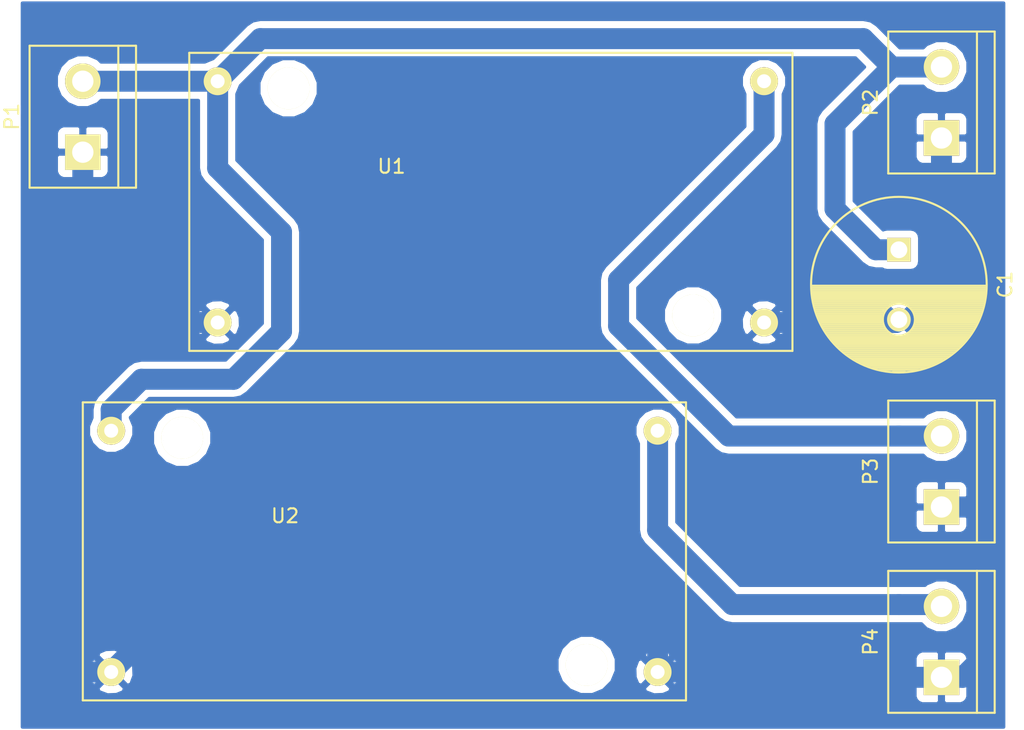
<source format=kicad_pcb>
(kicad_pcb (version 4) (host pcbnew 4.0.1-stable)

  (general
    (links 14)
    (no_connects 0)
    (area 113.175 67.971999 186.903 119.988001)
    (thickness 1.6)
    (drawings 4)
    (tracks 58)
    (zones 0)
    (modules 7)
    (nets 5)
  )

  (page A4)
  (layers
    (0 F.Cu signal)
    (31 B.Cu signal)
    (32 B.Adhes user)
    (33 F.Adhes user)
    (34 B.Paste user)
    (35 F.Paste user)
    (36 B.SilkS user)
    (37 F.SilkS user)
    (38 B.Mask user)
    (39 F.Mask user)
    (40 Dwgs.User user)
    (41 Cmts.User user)
    (42 Eco1.User user)
    (43 Eco2.User user)
    (44 Edge.Cuts user)
    (45 Margin user)
    (46 B.CrtYd user)
    (47 F.CrtYd user)
    (48 B.Fab user)
    (49 F.Fab user)
  )

  (setup
    (last_trace_width 0.25)
    (user_trace_width 1)
    (user_trace_width 1.5)
    (user_trace_width 2)
    (trace_clearance 0.2)
    (zone_clearance 0.508)
    (zone_45_only yes)
    (trace_min 0.2)
    (segment_width 0.2)
    (edge_width 0.15)
    (via_size 0.6)
    (via_drill 0.4)
    (via_min_size 0.4)
    (via_min_drill 0.3)
    (uvia_size 0.3)
    (uvia_drill 0.1)
    (uvias_allowed no)
    (uvia_min_size 0.2)
    (uvia_min_drill 0.1)
    (pcb_text_width 0.3)
    (pcb_text_size 1.5 1.5)
    (mod_edge_width 0.15)
    (mod_text_size 1 1)
    (mod_text_width 0.15)
    (pad_size 1.524 1.524)
    (pad_drill 0.762)
    (pad_to_mask_clearance 0.2)
    (aux_axis_origin 0 0)
    (visible_elements FFFFFF7F)
    (pcbplotparams
      (layerselection 0x00030_80000001)
      (usegerberextensions false)
      (excludeedgelayer true)
      (linewidth 0.100000)
      (plotframeref false)
      (viasonmask false)
      (mode 1)
      (useauxorigin false)
      (hpglpennumber 1)
      (hpglpenspeed 20)
      (hpglpendiameter 15)
      (hpglpenoverlay 2)
      (psnegative false)
      (psa4output false)
      (plotreference true)
      (plotvalue true)
      (plotinvisibletext false)
      (padsonsilk false)
      (subtractmaskfromsilk false)
      (outputformat 1)
      (mirror false)
      (drillshape 1)
      (scaleselection 1)
      (outputdirectory ""))
  )

  (net 0 "")
  (net 1 GND)
  (net 2 "Net-(C1-Pad1)")
  (net 3 "Net-(P3-Pad2)")
  (net 4 "Net-(P4-Pad2)")

  (net_class Default "Ceci est la Netclass par défaut"
    (clearance 0.2)
    (trace_width 0.25)
    (via_dia 0.6)
    (via_drill 0.4)
    (uvia_dia 0.3)
    (uvia_drill 0.1)
    (add_net GND)
    (add_net "Net-(C1-Pad1)")
    (add_net "Net-(P3-Pad2)")
    (add_net "Net-(P4-Pad2)")
  )

  (module Capacitors_ThroughHole:C_Radial_D12.5_L25_P5 (layer F.Cu) (tedit 0) (tstamp 5704D18D)
    (at 177.8 85.725 270)
    (descr "Radial Electrolytic Capacitor Diameter 12.5mm x Length 25mm, Pitch 5mm")
    (tags "Electrolytic Capacitor")
    (path /5704B129)
    (fp_text reference C1 (at 2.5 -7.6 270) (layer F.SilkS)
      (effects (font (size 1 1) (thickness 0.15)))
    )
    (fp_text value CP (at 2.5 7.6 270) (layer F.Fab)
      (effects (font (size 1 1) (thickness 0.15)))
    )
    (fp_line (start 2.575 -6.25) (end 2.575 6.25) (layer F.SilkS) (width 0.15))
    (fp_line (start 2.715 -6.246) (end 2.715 6.246) (layer F.SilkS) (width 0.15))
    (fp_line (start 2.855 -6.24) (end 2.855 6.24) (layer F.SilkS) (width 0.15))
    (fp_line (start 2.995 -6.23) (end 2.995 6.23) (layer F.SilkS) (width 0.15))
    (fp_line (start 3.135 -6.218) (end 3.135 6.218) (layer F.SilkS) (width 0.15))
    (fp_line (start 3.275 -6.202) (end 3.275 6.202) (layer F.SilkS) (width 0.15))
    (fp_line (start 3.415 -6.183) (end 3.415 6.183) (layer F.SilkS) (width 0.15))
    (fp_line (start 3.555 -6.16) (end 3.555 6.16) (layer F.SilkS) (width 0.15))
    (fp_line (start 3.695 -6.135) (end 3.695 6.135) (layer F.SilkS) (width 0.15))
    (fp_line (start 3.835 -6.106) (end 3.835 6.106) (layer F.SilkS) (width 0.15))
    (fp_line (start 3.975 -6.073) (end 3.975 -0.521) (layer F.SilkS) (width 0.15))
    (fp_line (start 3.975 0.521) (end 3.975 6.073) (layer F.SilkS) (width 0.15))
    (fp_line (start 4.115 -6.038) (end 4.115 -0.734) (layer F.SilkS) (width 0.15))
    (fp_line (start 4.115 0.734) (end 4.115 6.038) (layer F.SilkS) (width 0.15))
    (fp_line (start 4.255 -5.999) (end 4.255 -0.876) (layer F.SilkS) (width 0.15))
    (fp_line (start 4.255 0.876) (end 4.255 5.999) (layer F.SilkS) (width 0.15))
    (fp_line (start 4.395 -5.956) (end 4.395 -0.978) (layer F.SilkS) (width 0.15))
    (fp_line (start 4.395 0.978) (end 4.395 5.956) (layer F.SilkS) (width 0.15))
    (fp_line (start 4.535 -5.909) (end 4.535 -1.052) (layer F.SilkS) (width 0.15))
    (fp_line (start 4.535 1.052) (end 4.535 5.909) (layer F.SilkS) (width 0.15))
    (fp_line (start 4.675 -5.859) (end 4.675 -1.103) (layer F.SilkS) (width 0.15))
    (fp_line (start 4.675 1.103) (end 4.675 5.859) (layer F.SilkS) (width 0.15))
    (fp_line (start 4.815 -5.805) (end 4.815 -1.135) (layer F.SilkS) (width 0.15))
    (fp_line (start 4.815 1.135) (end 4.815 5.805) (layer F.SilkS) (width 0.15))
    (fp_line (start 4.955 -5.748) (end 4.955 -1.149) (layer F.SilkS) (width 0.15))
    (fp_line (start 4.955 1.149) (end 4.955 5.748) (layer F.SilkS) (width 0.15))
    (fp_line (start 5.095 -5.686) (end 5.095 -1.146) (layer F.SilkS) (width 0.15))
    (fp_line (start 5.095 1.146) (end 5.095 5.686) (layer F.SilkS) (width 0.15))
    (fp_line (start 5.235 -5.62) (end 5.235 -1.126) (layer F.SilkS) (width 0.15))
    (fp_line (start 5.235 1.126) (end 5.235 5.62) (layer F.SilkS) (width 0.15))
    (fp_line (start 5.375 -5.549) (end 5.375 -1.087) (layer F.SilkS) (width 0.15))
    (fp_line (start 5.375 1.087) (end 5.375 5.549) (layer F.SilkS) (width 0.15))
    (fp_line (start 5.515 -5.475) (end 5.515 -1.028) (layer F.SilkS) (width 0.15))
    (fp_line (start 5.515 1.028) (end 5.515 5.475) (layer F.SilkS) (width 0.15))
    (fp_line (start 5.655 -5.395) (end 5.655 -0.945) (layer F.SilkS) (width 0.15))
    (fp_line (start 5.655 0.945) (end 5.655 5.395) (layer F.SilkS) (width 0.15))
    (fp_line (start 5.795 -5.311) (end 5.795 -0.831) (layer F.SilkS) (width 0.15))
    (fp_line (start 5.795 0.831) (end 5.795 5.311) (layer F.SilkS) (width 0.15))
    (fp_line (start 5.935 -5.221) (end 5.935 -0.67) (layer F.SilkS) (width 0.15))
    (fp_line (start 5.935 0.67) (end 5.935 5.221) (layer F.SilkS) (width 0.15))
    (fp_line (start 6.075 -5.127) (end 6.075 -0.409) (layer F.SilkS) (width 0.15))
    (fp_line (start 6.075 0.409) (end 6.075 5.127) (layer F.SilkS) (width 0.15))
    (fp_line (start 6.215 -5.026) (end 6.215 5.026) (layer F.SilkS) (width 0.15))
    (fp_line (start 6.355 -4.919) (end 6.355 4.919) (layer F.SilkS) (width 0.15))
    (fp_line (start 6.495 -4.807) (end 6.495 4.807) (layer F.SilkS) (width 0.15))
    (fp_line (start 6.635 -4.687) (end 6.635 4.687) (layer F.SilkS) (width 0.15))
    (fp_line (start 6.775 -4.559) (end 6.775 4.559) (layer F.SilkS) (width 0.15))
    (fp_line (start 6.915 -4.424) (end 6.915 4.424) (layer F.SilkS) (width 0.15))
    (fp_line (start 7.055 -4.28) (end 7.055 4.28) (layer F.SilkS) (width 0.15))
    (fp_line (start 7.195 -4.125) (end 7.195 4.125) (layer F.SilkS) (width 0.15))
    (fp_line (start 7.335 -3.96) (end 7.335 3.96) (layer F.SilkS) (width 0.15))
    (fp_line (start 7.475 -3.783) (end 7.475 3.783) (layer F.SilkS) (width 0.15))
    (fp_line (start 7.615 -3.592) (end 7.615 3.592) (layer F.SilkS) (width 0.15))
    (fp_line (start 7.755 -3.383) (end 7.755 3.383) (layer F.SilkS) (width 0.15))
    (fp_line (start 7.895 -3.155) (end 7.895 3.155) (layer F.SilkS) (width 0.15))
    (fp_line (start 8.035 -2.903) (end 8.035 2.903) (layer F.SilkS) (width 0.15))
    (fp_line (start 8.175 -2.619) (end 8.175 2.619) (layer F.SilkS) (width 0.15))
    (fp_line (start 8.315 -2.291) (end 8.315 2.291) (layer F.SilkS) (width 0.15))
    (fp_line (start 8.455 -1.897) (end 8.455 1.897) (layer F.SilkS) (width 0.15))
    (fp_line (start 8.595 -1.383) (end 8.595 1.383) (layer F.SilkS) (width 0.15))
    (fp_line (start 8.735 -0.433) (end 8.735 0.433) (layer F.SilkS) (width 0.15))
    (fp_circle (center 5 0) (end 5 -1.15) (layer F.SilkS) (width 0.15))
    (fp_circle (center 2.5 0) (end 2.5 -6.2875) (layer F.SilkS) (width 0.15))
    (fp_circle (center 2.5 0) (end 2.5 -6.6) (layer F.CrtYd) (width 0.05))
    (pad 2 thru_hole circle (at 5 0 270) (size 1.7 1.7) (drill 1.2) (layers *.Cu *.Mask F.SilkS)
      (net 1 GND))
    (pad 1 thru_hole rect (at 0 0 270) (size 1.7 1.7) (drill 1.2) (layers *.Cu *.Mask F.SilkS)
      (net 2 "Net-(C1-Pad1)"))
    (model Capacitors_ThroughHole.3dshapes/C_Radial_D12.5_L25_P5.wrl
      (at (xyz 0 0 0))
      (scale (xyz 1 1 1))
      (rotate (xyz 0 0 0))
    )
  )

  (module Connect:bornier2 (layer F.Cu) (tedit 0) (tstamp 5704D193)
    (at 119.38 76.2 90)
    (descr "Bornier d'alimentation 2 pins")
    (tags DEV)
    (path /5704AF4B)
    (fp_text reference P1 (at 0 -5.08 90) (layer F.SilkS)
      (effects (font (size 1 1) (thickness 0.15)))
    )
    (fp_text value CONN_01X02 (at 0 5.08 90) (layer F.Fab)
      (effects (font (size 1 1) (thickness 0.15)))
    )
    (fp_line (start 5.08 2.54) (end -5.08 2.54) (layer F.SilkS) (width 0.15))
    (fp_line (start 5.08 3.81) (end 5.08 -3.81) (layer F.SilkS) (width 0.15))
    (fp_line (start 5.08 -3.81) (end -5.08 -3.81) (layer F.SilkS) (width 0.15))
    (fp_line (start -5.08 -3.81) (end -5.08 3.81) (layer F.SilkS) (width 0.15))
    (fp_line (start -5.08 3.81) (end 5.08 3.81) (layer F.SilkS) (width 0.15))
    (pad 1 thru_hole rect (at -2.54 0 90) (size 2.54 2.54) (drill 1.524) (layers *.Cu *.Mask F.SilkS)
      (net 1 GND))
    (pad 2 thru_hole circle (at 2.54 0 90) (size 2.54 2.54) (drill 1.524) (layers *.Cu *.Mask F.SilkS)
      (net 2 "Net-(C1-Pad1)"))
    (model Connect.3dshapes/bornier2.wrl
      (at (xyz 0 0 0))
      (scale (xyz 1 1 1))
      (rotate (xyz 0 0 0))
    )
  )

  (module Connect:bornier2 (layer F.Cu) (tedit 0) (tstamp 5704D199)
    (at 180.848 75.184 90)
    (descr "Bornier d'alimentation 2 pins")
    (tags DEV)
    (path /5704AFE4)
    (fp_text reference P2 (at 0 -5.08 90) (layer F.SilkS)
      (effects (font (size 1 1) (thickness 0.15)))
    )
    (fp_text value CONN_01X02 (at 0 5.08 90) (layer F.Fab)
      (effects (font (size 1 1) (thickness 0.15)))
    )
    (fp_line (start 5.08 2.54) (end -5.08 2.54) (layer F.SilkS) (width 0.15))
    (fp_line (start 5.08 3.81) (end 5.08 -3.81) (layer F.SilkS) (width 0.15))
    (fp_line (start 5.08 -3.81) (end -5.08 -3.81) (layer F.SilkS) (width 0.15))
    (fp_line (start -5.08 -3.81) (end -5.08 3.81) (layer F.SilkS) (width 0.15))
    (fp_line (start -5.08 3.81) (end 5.08 3.81) (layer F.SilkS) (width 0.15))
    (pad 1 thru_hole rect (at -2.54 0 90) (size 2.54 2.54) (drill 1.524) (layers *.Cu *.Mask F.SilkS)
      (net 1 GND))
    (pad 2 thru_hole circle (at 2.54 0 90) (size 2.54 2.54) (drill 1.524) (layers *.Cu *.Mask F.SilkS)
      (net 2 "Net-(C1-Pad1)"))
    (model Connect.3dshapes/bornier2.wrl
      (at (xyz 0 0 0))
      (scale (xyz 1 1 1))
      (rotate (xyz 0 0 0))
    )
  )

  (module Connect:bornier2 (layer F.Cu) (tedit 0) (tstamp 5704D19F)
    (at 180.848 101.6 90)
    (descr "Bornier d'alimentation 2 pins")
    (tags DEV)
    (path /5704B03C)
    (fp_text reference P3 (at 0 -5.08 90) (layer F.SilkS)
      (effects (font (size 1 1) (thickness 0.15)))
    )
    (fp_text value CONN_01X02 (at 0 5.08 90) (layer F.Fab)
      (effects (font (size 1 1) (thickness 0.15)))
    )
    (fp_line (start 5.08 2.54) (end -5.08 2.54) (layer F.SilkS) (width 0.15))
    (fp_line (start 5.08 3.81) (end 5.08 -3.81) (layer F.SilkS) (width 0.15))
    (fp_line (start 5.08 -3.81) (end -5.08 -3.81) (layer F.SilkS) (width 0.15))
    (fp_line (start -5.08 -3.81) (end -5.08 3.81) (layer F.SilkS) (width 0.15))
    (fp_line (start -5.08 3.81) (end 5.08 3.81) (layer F.SilkS) (width 0.15))
    (pad 1 thru_hole rect (at -2.54 0 90) (size 2.54 2.54) (drill 1.524) (layers *.Cu *.Mask F.SilkS)
      (net 1 GND))
    (pad 2 thru_hole circle (at 2.54 0 90) (size 2.54 2.54) (drill 1.524) (layers *.Cu *.Mask F.SilkS)
      (net 3 "Net-(P3-Pad2)"))
    (model Connect.3dshapes/bornier2.wrl
      (at (xyz 0 0 0))
      (scale (xyz 1 1 1))
      (rotate (xyz 0 0 0))
    )
  )

  (module Connect:bornier2 (layer F.Cu) (tedit 0) (tstamp 5704D1A5)
    (at 180.848 113.792 90)
    (descr "Bornier d'alimentation 2 pins")
    (tags DEV)
    (path /5704B067)
    (fp_text reference P4 (at 0 -5.08 90) (layer F.SilkS)
      (effects (font (size 1 1) (thickness 0.15)))
    )
    (fp_text value CONN_01X02 (at 0 5.08 90) (layer F.Fab)
      (effects (font (size 1 1) (thickness 0.15)))
    )
    (fp_line (start 5.08 2.54) (end -5.08 2.54) (layer F.SilkS) (width 0.15))
    (fp_line (start 5.08 3.81) (end 5.08 -3.81) (layer F.SilkS) (width 0.15))
    (fp_line (start 5.08 -3.81) (end -5.08 -3.81) (layer F.SilkS) (width 0.15))
    (fp_line (start -5.08 -3.81) (end -5.08 3.81) (layer F.SilkS) (width 0.15))
    (fp_line (start -5.08 3.81) (end 5.08 3.81) (layer F.SilkS) (width 0.15))
    (pad 1 thru_hole rect (at -2.54 0 90) (size 2.54 2.54) (drill 1.524) (layers *.Cu *.Mask F.SilkS)
      (net 1 GND))
    (pad 2 thru_hole circle (at 2.54 0 90) (size 2.54 2.54) (drill 1.524) (layers *.Cu *.Mask F.SilkS)
      (net 4 "Net-(P4-Pad2)"))
    (model Connect.3dshapes/bornier2.wrl
      (at (xyz 0 0 0))
      (scale (xyz 1 1 1))
      (rotate (xyz 0 0 0))
    )
  )

  (module dsn2596:DSN2596 (layer F.Cu) (tedit 5704CEDC) (tstamp 5704D1C7)
    (at 148.59 82.296)
    (path /5704C80E)
    (fp_text reference U1 (at -7.112 -2.54) (layer F.SilkS)
      (effects (font (size 1 1) (thickness 0.15)))
    )
    (fp_text value DSN2596 (at -7.366 -5.08) (layer F.Fab)
      (effects (font (size 1 1) (thickness 0.15)))
    )
    (fp_line (start 21.59 10.668) (end -21.59 10.668) (layer F.SilkS) (width 0.15))
    (fp_line (start -21.59 -10.668) (end 21.59 -10.668) (layer F.SilkS) (width 0.15))
    (fp_line (start -7.62 0.508) (end -7.62 5.334) (layer B.Paste) (width 0.15))
    (fp_line (start -9.398 0.508) (end -9.398 5.334) (layer B.Paste) (width 0.15))
    (fp_line (start -5.842 0.508) (end -5.842 5.334) (layer B.Paste) (width 0.15))
    (fp_line (start -4.318 0.508) (end -4.318 5.334) (layer B.Paste) (width 0.15))
    (fp_line (start -10.922 0.508) (end -10.922 5.334) (layer B.Paste) (width 0.15))
    (fp_circle (center -17.018 1.016) (end -13.97 3.048) (layer B.Paste) (width 0.15))
    (fp_circle (center 17.78 -2.286) (end 20.066 0.254) (layer B.Paste) (width 0.15))
    (fp_line (start -3.048 0.508) (end -3.048 -8.128) (layer B.Paste) (width 0.15))
    (fp_line (start -3.048 -8.128) (end -11.938 -8.128) (layer B.Paste) (width 0.15))
    (fp_line (start -11.938 -8.128) (end -11.938 0.254) (layer B.Paste) (width 0.15))
    (fp_line (start -11.938 0.254) (end -11.938 0.508) (layer B.Paste) (width 0.15))
    (fp_line (start -11.938 0.508) (end -3.048 0.508) (layer B.Paste) (width 0.15))
    (fp_line (start -1.27 -4.318) (end -1.27 9.144) (layer B.Paste) (width 0.15))
    (fp_line (start -1.27 9.144) (end 12.446 9.144) (layer B.Paste) (width 0.15))
    (fp_line (start 12.446 9.144) (end 12.446 -4.318) (layer B.Paste) (width 0.15))
    (fp_line (start 12.446 -4.318) (end -1.27 -4.318) (layer B.Paste) (width 0.15))
    (fp_line (start 13.462 -5.842) (end 2.032 -5.842) (layer B.Paste) (width 0.15))
    (fp_line (start 2.032 -5.842) (end 2.032 -9.652) (layer B.Paste) (width 0.15))
    (fp_line (start 2.032 -9.652) (end 13.462 -9.652) (layer B.Paste) (width 0.15))
    (fp_line (start 13.462 -9.652) (end 13.462 -5.842) (layer B.Paste) (width 0.15))
    (fp_line (start 21.59 -10.668) (end 21.59 10.668) (layer F.SilkS) (width 0.15))
    (fp_line (start -21.59 10.668) (end -21.59 -10.668) (layer F.SilkS) (width 0.15))
    (pad 1 thru_hole circle (at -19.558 -8.636) (size 2 2) (drill 1) (layers *.Cu *.Mask F.SilkS)
      (net 2 "Net-(C1-Pad1)"))
    (pad 4 thru_hole circle (at 19.558 -8.636) (size 2 2) (drill 1) (layers *.Cu *.Mask F.SilkS)
      (net 3 "Net-(P3-Pad2)"))
    (pad 3 thru_hole circle (at 19.558 8.636) (size 2 2) (drill 1) (layers *.Cu *.Mask F.SilkS)
      (net 1 GND))
    (pad 2 thru_hole circle (at -19.558 8.636) (size 2 2) (drill 1) (layers *.Cu *.Mask F.SilkS)
      (net 1 GND))
    (pad "" np_thru_hole circle (at 14.478 8.128) (size 3 3) (drill 3) (layers *.Cu *.Mask F.SilkS))
    (pad "" np_thru_hole circle (at -14.478 -8.128) (size 3 3) (drill 3) (layers *.Cu *.Mask F.SilkS))
  )

  (module dsn2596:DSN2596 (layer F.Cu) (tedit 5704CEDC) (tstamp 5704D1E9)
    (at 140.97 107.315)
    (path /5704C9E0)
    (fp_text reference U2 (at -7.112 -2.54) (layer F.SilkS)
      (effects (font (size 1 1) (thickness 0.15)))
    )
    (fp_text value DSN2596 (at -7.366 -5.08) (layer F.Fab)
      (effects (font (size 1 1) (thickness 0.15)))
    )
    (fp_line (start 21.59 10.668) (end -21.59 10.668) (layer F.SilkS) (width 0.15))
    (fp_line (start -21.59 -10.668) (end 21.59 -10.668) (layer F.SilkS) (width 0.15))
    (fp_line (start -7.62 0.508) (end -7.62 5.334) (layer B.Paste) (width 0.15))
    (fp_line (start -9.398 0.508) (end -9.398 5.334) (layer B.Paste) (width 0.15))
    (fp_line (start -5.842 0.508) (end -5.842 5.334) (layer B.Paste) (width 0.15))
    (fp_line (start -4.318 0.508) (end -4.318 5.334) (layer B.Paste) (width 0.15))
    (fp_line (start -10.922 0.508) (end -10.922 5.334) (layer B.Paste) (width 0.15))
    (fp_circle (center -17.018 1.016) (end -13.97 3.048) (layer B.Paste) (width 0.15))
    (fp_circle (center 17.78 -2.286) (end 20.066 0.254) (layer B.Paste) (width 0.15))
    (fp_line (start -3.048 0.508) (end -3.048 -8.128) (layer B.Paste) (width 0.15))
    (fp_line (start -3.048 -8.128) (end -11.938 -8.128) (layer B.Paste) (width 0.15))
    (fp_line (start -11.938 -8.128) (end -11.938 0.254) (layer B.Paste) (width 0.15))
    (fp_line (start -11.938 0.254) (end -11.938 0.508) (layer B.Paste) (width 0.15))
    (fp_line (start -11.938 0.508) (end -3.048 0.508) (layer B.Paste) (width 0.15))
    (fp_line (start -1.27 -4.318) (end -1.27 9.144) (layer B.Paste) (width 0.15))
    (fp_line (start -1.27 9.144) (end 12.446 9.144) (layer B.Paste) (width 0.15))
    (fp_line (start 12.446 9.144) (end 12.446 -4.318) (layer B.Paste) (width 0.15))
    (fp_line (start 12.446 -4.318) (end -1.27 -4.318) (layer B.Paste) (width 0.15))
    (fp_line (start 13.462 -5.842) (end 2.032 -5.842) (layer B.Paste) (width 0.15))
    (fp_line (start 2.032 -5.842) (end 2.032 -9.652) (layer B.Paste) (width 0.15))
    (fp_line (start 2.032 -9.652) (end 13.462 -9.652) (layer B.Paste) (width 0.15))
    (fp_line (start 13.462 -9.652) (end 13.462 -5.842) (layer B.Paste) (width 0.15))
    (fp_line (start 21.59 -10.668) (end 21.59 10.668) (layer F.SilkS) (width 0.15))
    (fp_line (start -21.59 10.668) (end -21.59 -10.668) (layer F.SilkS) (width 0.15))
    (pad 1 thru_hole circle (at -19.558 -8.636) (size 2 2) (drill 1) (layers *.Cu *.Mask F.SilkS)
      (net 2 "Net-(C1-Pad1)"))
    (pad 4 thru_hole circle (at 19.558 -8.636) (size 2 2) (drill 1) (layers *.Cu *.Mask F.SilkS)
      (net 4 "Net-(P4-Pad2)"))
    (pad 3 thru_hole circle (at 19.558 8.636) (size 2 2) (drill 1) (layers *.Cu *.Mask F.SilkS)
      (net 1 GND))
    (pad 2 thru_hole circle (at -19.558 8.636) (size 2 2) (drill 1) (layers *.Cu *.Mask F.SilkS)
      (net 1 GND))
    (pad "" np_thru_hole circle (at 14.478 8.128) (size 3 3) (drill 3) (layers *.Cu *.Mask F.SilkS))
    (pad "" np_thru_hole circle (at -14.478 -8.128) (size 3 3) (drill 3) (layers *.Cu *.Mask F.SilkS))
  )

  (gr_line (start 185.42 120.015) (end 114.935 120.015) (angle 90) (layer Dwgs.User) (width 0.2))
  (gr_line (start 185.42 67.945) (end 114.935 67.945) (angle 90) (layer Dwgs.User) (width 0.2))
  (gr_line (start 185.42 67.945) (end 185.42 120.015) (angle 90) (layer Dwgs.User) (width 0.2))
  (gr_line (start 114.808 119.888) (end 114.808 68.072) (angle 90) (layer Dwgs.User) (width 0.2))

  (segment (start 182.88 104.14) (end 183.896 105.156) (width 1.5) (layer B.Cu) (net 1))
  (segment (start 182.372 116.332) (end 180.848 116.332) (width 1.5) (layer B.Cu) (net 1))
  (segment (start 183.896 114.808) (end 182.372 116.332) (width 1.5) (layer B.Cu) (net 1) (tstamp 5704D40D))
  (segment (start 183.896 105.156) (end 183.896 114.808) (width 1.5) (layer B.Cu) (net 1) (tstamp 5704D40B))
  (segment (start 180.848 104.14) (end 182.88 104.14) (width 1.5) (layer B.Cu) (net 1))
  (segment (start 183.896 94.074) (end 180.547 90.725) (width 1.5) (layer B.Cu) (net 1) (tstamp 5704D400))
  (segment (start 182.88 104.14) (end 183.896 103.124) (width 1.5) (layer B.Cu) (net 1) (tstamp 5704D3FE))
  (segment (start 183.896 103.124) (end 183.896 94.074) (width 1.5) (layer B.Cu) (net 1) (tstamp 5704D3FF))
  (segment (start 177.8 90.725) (end 180.547 90.725) (width 1.5) (layer B.Cu) (net 1))
  (segment (start 180.848 81.28) (end 180.848 77.724) (width 1.5) (layer B.Cu) (net 1) (tstamp 5704D3FB))
  (segment (start 182.88 83.312) (end 180.848 81.28) (width 1.5) (layer B.Cu) (net 1) (tstamp 5704D3FA))
  (segment (start 182.88 88.392) (end 182.88 83.312) (width 1.5) (layer B.Cu) (net 1) (tstamp 5704D3F9))
  (segment (start 180.547 90.725) (end 182.88 88.392) (width 1.5) (layer B.Cu) (net 1) (tstamp 5704D3F8))
  (segment (start 160.528 115.951) (end 176.403 115.951) (width 1.5) (layer B.Cu) (net 1))
  (segment (start 176.403 115.951) (end 176.784 116.332) (width 1.5) (layer B.Cu) (net 1) (tstamp 5704D3F2))
  (segment (start 176.784 116.332) (end 180.848 116.332) (width 1.5) (layer B.Cu) (net 1) (tstamp 5704D3F3))
  (segment (start 177.8 90.725) (end 177.88 90.725) (width 1.5) (layer B.Cu) (net 1))
  (segment (start 119.38 85.598) (end 116.205 88.773) (width 1.5) (layer B.Cu) (net 1))
  (segment (start 117.983 115.951) (end 121.412 115.951) (width 1.5) (layer B.Cu) (net 1) (tstamp 5704D37E))
  (segment (start 116.205 114.173) (end 117.983 115.951) (width 1.5) (layer B.Cu) (net 1) (tstamp 5704D37D))
  (segment (start 116.205 88.773) (end 116.205 114.173) (width 1.5) (layer B.Cu) (net 1) (tstamp 5704D37C))
  (segment (start 160.528 115.951) (end 160.528 113.411) (width 1.5) (layer B.Cu) (net 1))
  (segment (start 160.528 113.411) (end 156.591 109.474) (width 1.5) (layer B.Cu) (net 1) (tstamp 5704D373))
  (segment (start 156.591 109.474) (end 127.889 109.474) (width 1.5) (layer B.Cu) (net 1) (tstamp 5704D374))
  (segment (start 127.889 109.474) (end 121.412 115.951) (width 1.5) (layer B.Cu) (net 1) (tstamp 5704D375))
  (segment (start 168.148 90.932) (end 177.593 90.932) (width 1.5) (layer B.Cu) (net 1))
  (segment (start 177.593 90.932) (end 177.8 90.725) (width 1.5) (layer B.Cu) (net 1) (tstamp 5704D36D))
  (segment (start 129.032 90.932) (end 124.714 90.932) (width 1.5) (layer B.Cu) (net 1))
  (segment (start 119.38 85.598) (end 119.38 78.74) (width 1.5) (layer B.Cu) (net 1) (tstamp 5704D361))
  (segment (start 124.714 90.932) (end 119.38 85.598) (width 1.5) (layer B.Cu) (net 1) (tstamp 5704D360))
  (segment (start 177.8 85.725) (end 176.149 85.725) (width 1.5) (layer B.Cu) (net 2))
  (segment (start 173.228 76.708) (end 177.292 72.644) (width 1.5) (layer B.Cu) (net 2) (tstamp 5704D3EC))
  (segment (start 173.228 82.804) (end 173.228 76.708) (width 1.5) (layer B.Cu) (net 2) (tstamp 5704D3EB))
  (segment (start 176.149 85.725) (end 173.228 82.804) (width 1.5) (layer B.Cu) (net 2) (tstamp 5704D3EA))
  (segment (start 180.848 72.644) (end 177.292 72.644) (width 1.5) (layer B.Cu) (net 2))
  (segment (start 132.08 70.612) (end 129.032 73.66) (width 1.5) (layer B.Cu) (net 2) (tstamp 5704D3E7))
  (segment (start 175.26 70.612) (end 132.08 70.612) (width 1.5) (layer B.Cu) (net 2) (tstamp 5704D3E6))
  (segment (start 177.292 72.644) (end 175.26 70.612) (width 1.5) (layer B.Cu) (net 2) (tstamp 5704D3E5))
  (segment (start 121.412 98.679) (end 121.412 97.155) (width 1.5) (layer B.Cu) (net 2))
  (segment (start 129.032 79.883) (end 129.032 73.66) (width 1.5) (layer B.Cu) (net 2) (tstamp 5704D36A))
  (segment (start 133.604 84.455) (end 129.032 79.883) (width 1.5) (layer B.Cu) (net 2) (tstamp 5704D369))
  (segment (start 133.604 91.567) (end 133.604 84.455) (width 1.5) (layer B.Cu) (net 2) (tstamp 5704D368))
  (segment (start 130.175 94.996) (end 133.604 91.567) (width 1.5) (layer B.Cu) (net 2) (tstamp 5704D367))
  (segment (start 123.571 94.996) (end 130.175 94.996) (width 1.5) (layer B.Cu) (net 2) (tstamp 5704D366))
  (segment (start 121.412 97.155) (end 123.571 94.996) (width 1.5) (layer B.Cu) (net 2) (tstamp 5704D365))
  (segment (start 119.38 73.66) (end 129.032 73.66) (width 1.5) (layer B.Cu) (net 2))
  (segment (start 180.848 99.06) (end 177.8 99.06) (width 1.5) (layer B.Cu) (net 3))
  (segment (start 165.608 99.06) (end 164.338 97.79) (width 1.5) (layer B.Cu) (net 3) (tstamp 5704D3AF))
  (segment (start 168.148 77.47) (end 168.148 73.66) (width 1.5) (layer B.Cu) (net 3))
  (segment (start 157.734 91.186) (end 164.338 97.79) (width 1.5) (layer B.Cu) (net 3) (tstamp 5704D357))
  (segment (start 157.734 87.884) (end 157.734 91.186) (width 1.5) (layer B.Cu) (net 3) (tstamp 5704D356))
  (segment (start 168.148 77.47) (end 157.734 87.884) (width 1.5) (layer B.Cu) (net 3) (tstamp 5704D355))
  (segment (start 177.8 99.06) (end 165.608 99.06) (width 1.5) (layer B.Cu) (net 3))
  (segment (start 180.721 111.125) (end 177.8 111.125) (width 1.5) (layer B.Cu) (net 4))
  (segment (start 160.528 105.791) (end 165.862 111.125) (width 1.5) (layer B.Cu) (net 4) (tstamp 5704D35C))
  (segment (start 165.862 111.125) (end 177.8 111.125) (width 1.5) (layer B.Cu) (net 4) (tstamp 5704D35D))
  (segment (start 160.528 105.791) (end 160.528 98.679) (width 1.5) (layer B.Cu) (net 4))
  (segment (start 180.721 111.125) (end 180.848 111.252) (width 1.5) (layer B.Cu) (net 4) (tstamp 5704D3EF))

  (zone (net 1) (net_name GND) (layer B.Cu) (tstamp 570531ED) (hatch edge 0.508)
    (connect_pads (clearance 0.508))
    (min_thickness 0.254)
    (fill yes (arc_segments 16) (thermal_gap 0.508) (thermal_bridge_width 0.508))
    (polygon
      (pts
        (xy 185.42 120.015) (xy 114.935 120.015) (xy 114.935 67.945) (xy 185.42 67.945) (xy 185.42 120.015)
      )
    )
    (filled_polygon
      (pts
        (xy 185.293 119.888) (xy 115.062 119.888) (xy 115.062 117.103532) (xy 120.439073 117.103532) (xy 120.537736 117.370387)
        (xy 121.147461 117.596908) (xy 121.79746 117.572856) (xy 122.286264 117.370387) (xy 122.384927 117.103532) (xy 121.412 116.130605)
        (xy 120.439073 117.103532) (xy 115.062 117.103532) (xy 115.062 115.686461) (xy 119.766092 115.686461) (xy 119.790144 116.33646)
        (xy 119.992613 116.825264) (xy 120.259468 116.923927) (xy 121.232395 115.951) (xy 121.591605 115.951) (xy 122.564532 116.923927)
        (xy 122.831387 116.825264) (xy 123.057908 116.215539) (xy 123.044968 115.865815) (xy 153.31263 115.865815) (xy 153.63698 116.6508)
        (xy 154.237041 117.251909) (xy 155.021459 117.577628) (xy 155.870815 117.57837) (xy 156.6558 117.25402) (xy 156.80655 117.103532)
        (xy 159.555073 117.103532) (xy 159.653736 117.370387) (xy 160.263461 117.596908) (xy 160.91346 117.572856) (xy 161.402264 117.370387)
        (xy 161.500927 117.103532) (xy 160.528 116.130605) (xy 159.555073 117.103532) (xy 156.80655 117.103532) (xy 157.256909 116.653959)
        (xy 157.582628 115.869541) (xy 157.582787 115.686461) (xy 158.882092 115.686461) (xy 158.906144 116.33646) (xy 159.108613 116.825264)
        (xy 159.375468 116.923927) (xy 160.348395 115.951) (xy 160.707605 115.951) (xy 161.680532 116.923927) (xy 161.947387 116.825264)
        (xy 162.024481 116.61775) (xy 178.943 116.61775) (xy 178.943 117.728309) (xy 179.039673 117.961698) (xy 179.218301 118.140327)
        (xy 179.45169 118.237) (xy 180.56225 118.237) (xy 180.721 118.07825) (xy 180.721 116.459) (xy 180.975 116.459)
        (xy 180.975 118.07825) (xy 181.13375 118.237) (xy 182.24431 118.237) (xy 182.477699 118.140327) (xy 182.656327 117.961698)
        (xy 182.753 117.728309) (xy 182.753 116.61775) (xy 182.59425 116.459) (xy 180.975 116.459) (xy 180.721 116.459)
        (xy 179.10175 116.459) (xy 178.943 116.61775) (xy 162.024481 116.61775) (xy 162.173908 116.215539) (xy 162.149856 115.56554)
        (xy 161.947387 115.076736) (xy 161.680532 114.978073) (xy 160.707605 115.951) (xy 160.348395 115.951) (xy 159.375468 114.978073)
        (xy 159.108613 115.076736) (xy 158.882092 115.686461) (xy 157.582787 115.686461) (xy 157.58337 115.020185) (xy 157.491759 114.798468)
        (xy 159.555073 114.798468) (xy 160.528 115.771395) (xy 161.363704 114.935691) (xy 178.943 114.935691) (xy 178.943 116.04625)
        (xy 179.10175 116.205) (xy 180.721 116.205) (xy 180.721 114.58575) (xy 180.975 114.58575) (xy 180.975 116.205)
        (xy 182.59425 116.205) (xy 182.753 116.04625) (xy 182.753 114.935691) (xy 182.656327 114.702302) (xy 182.477699 114.523673)
        (xy 182.24431 114.427) (xy 181.13375 114.427) (xy 180.975 114.58575) (xy 180.721 114.58575) (xy 180.56225 114.427)
        (xy 179.45169 114.427) (xy 179.218301 114.523673) (xy 179.039673 114.702302) (xy 178.943 114.935691) (xy 161.363704 114.935691)
        (xy 161.500927 114.798468) (xy 161.402264 114.531613) (xy 160.792539 114.305092) (xy 160.14254 114.329144) (xy 159.653736 114.531613)
        (xy 159.555073 114.798468) (xy 157.491759 114.798468) (xy 157.25902 114.2352) (xy 156.658959 113.634091) (xy 155.874541 113.308372)
        (xy 155.025185 113.30763) (xy 154.2402 113.63198) (xy 153.639091 114.232041) (xy 153.313372 115.016459) (xy 153.31263 115.865815)
        (xy 123.044968 115.865815) (xy 123.033856 115.56554) (xy 122.831387 115.076736) (xy 122.564532 114.978073) (xy 121.591605 115.951)
        (xy 121.232395 115.951) (xy 120.259468 114.978073) (xy 119.992613 115.076736) (xy 119.766092 115.686461) (xy 115.062 115.686461)
        (xy 115.062 114.798468) (xy 120.439073 114.798468) (xy 121.412 115.771395) (xy 122.384927 114.798468) (xy 122.286264 114.531613)
        (xy 121.676539 114.305092) (xy 121.02654 114.329144) (xy 120.537736 114.531613) (xy 120.439073 114.798468) (xy 115.062 114.798468)
        (xy 115.062 92.084532) (xy 128.059073 92.084532) (xy 128.157736 92.351387) (xy 128.767461 92.577908) (xy 129.41746 92.553856)
        (xy 129.906264 92.351387) (xy 130.004927 92.084532) (xy 129.032 91.111605) (xy 128.059073 92.084532) (xy 115.062 92.084532)
        (xy 115.062 90.667461) (xy 127.386092 90.667461) (xy 127.410144 91.31746) (xy 127.612613 91.806264) (xy 127.879468 91.904927)
        (xy 128.852395 90.932) (xy 129.211605 90.932) (xy 130.184532 91.904927) (xy 130.451387 91.806264) (xy 130.677908 91.196539)
        (xy 130.653856 90.54654) (xy 130.451387 90.057736) (xy 130.184532 89.959073) (xy 129.211605 90.932) (xy 128.852395 90.932)
        (xy 127.879468 89.959073) (xy 127.612613 90.057736) (xy 127.386092 90.667461) (xy 115.062 90.667461) (xy 115.062 89.779468)
        (xy 128.059073 89.779468) (xy 129.032 90.752395) (xy 130.004927 89.779468) (xy 129.906264 89.512613) (xy 129.296539 89.286092)
        (xy 128.64654 89.310144) (xy 128.157736 89.512613) (xy 128.059073 89.779468) (xy 115.062 89.779468) (xy 115.062 79.02575)
        (xy 117.475 79.02575) (xy 117.475 80.136309) (xy 117.571673 80.369698) (xy 117.750301 80.548327) (xy 117.98369 80.645)
        (xy 119.09425 80.645) (xy 119.253 80.48625) (xy 119.253 78.867) (xy 119.507 78.867) (xy 119.507 80.48625)
        (xy 119.66575 80.645) (xy 120.77631 80.645) (xy 121.009699 80.548327) (xy 121.188327 80.369698) (xy 121.285 80.136309)
        (xy 121.285 79.02575) (xy 121.12625 78.867) (xy 119.507 78.867) (xy 119.253 78.867) (xy 117.63375 78.867)
        (xy 117.475 79.02575) (xy 115.062 79.02575) (xy 115.062 77.343691) (xy 117.475 77.343691) (xy 117.475 78.45425)
        (xy 117.63375 78.613) (xy 119.253 78.613) (xy 119.253 76.99375) (xy 119.507 76.99375) (xy 119.507 78.613)
        (xy 121.12625 78.613) (xy 121.285 78.45425) (xy 121.285 77.343691) (xy 121.188327 77.110302) (xy 121.009699 76.931673)
        (xy 120.77631 76.835) (xy 119.66575 76.835) (xy 119.507 76.99375) (xy 119.253 76.99375) (xy 119.09425 76.835)
        (xy 117.98369 76.835) (xy 117.750301 76.931673) (xy 117.571673 77.110302) (xy 117.475 77.343691) (xy 115.062 77.343691)
        (xy 115.062 74.037265) (xy 117.47467 74.037265) (xy 117.764078 74.737686) (xy 118.299495 75.274039) (xy 118.99941 75.564668)
        (xy 119.757265 75.56533) (xy 120.457686 75.275922) (xy 120.689012 75.045) (xy 127.647 75.045) (xy 127.647 79.883)
        (xy 127.752427 80.413017) (xy 127.907433 80.645) (xy 128.052657 80.862343) (xy 132.219 85.028686) (xy 132.219 90.993314)
        (xy 129.601314 93.611) (xy 123.571 93.611) (xy 123.040983 93.716427) (xy 122.591657 94.016657) (xy 120.432657 96.175657)
        (xy 120.132427 96.624983) (xy 120.027 97.155) (xy 120.027 97.751359) (xy 120.026722 97.751637) (xy 119.777284 98.352352)
        (xy 119.776716 99.002795) (xy 120.025106 99.603943) (xy 120.484637 100.064278) (xy 121.085352 100.313716) (xy 121.735795 100.314284)
        (xy 122.336943 100.065894) (xy 122.793819 99.609815) (xy 124.35663 99.609815) (xy 124.68098 100.3948) (xy 125.281041 100.995909)
        (xy 126.065459 101.321628) (xy 126.914815 101.32237) (xy 127.6998 100.99802) (xy 128.300909 100.397959) (xy 128.626628 99.613541)
        (xy 128.627161 99.002795) (xy 158.892716 99.002795) (xy 159.141106 99.603943) (xy 159.143 99.60584) (xy 159.143 105.791)
        (xy 159.248427 106.321017) (xy 159.548657 106.770343) (xy 164.882657 112.104343) (xy 165.331983 112.404573) (xy 165.862 112.51)
        (xy 179.412077 112.51) (xy 179.767495 112.866039) (xy 180.46741 113.156668) (xy 181.225265 113.15733) (xy 181.925686 112.867922)
        (xy 182.462039 112.332505) (xy 182.752668 111.63259) (xy 182.75333 110.874735) (xy 182.463922 110.174314) (xy 181.928505 109.637961)
        (xy 181.22859 109.347332) (xy 180.470735 109.34667) (xy 179.770314 109.636078) (xy 179.66621 109.74) (xy 166.435686 109.74)
        (xy 161.913 105.217314) (xy 161.913 104.42575) (xy 178.943 104.42575) (xy 178.943 105.536309) (xy 179.039673 105.769698)
        (xy 179.218301 105.948327) (xy 179.45169 106.045) (xy 180.56225 106.045) (xy 180.721 105.88625) (xy 180.721 104.267)
        (xy 180.975 104.267) (xy 180.975 105.88625) (xy 181.13375 106.045) (xy 182.24431 106.045) (xy 182.477699 105.948327)
        (xy 182.656327 105.769698) (xy 182.753 105.536309) (xy 182.753 104.42575) (xy 182.59425 104.267) (xy 180.975 104.267)
        (xy 180.721 104.267) (xy 179.10175 104.267) (xy 178.943 104.42575) (xy 161.913 104.42575) (xy 161.913 102.743691)
        (xy 178.943 102.743691) (xy 178.943 103.85425) (xy 179.10175 104.013) (xy 180.721 104.013) (xy 180.721 102.39375)
        (xy 180.975 102.39375) (xy 180.975 104.013) (xy 182.59425 104.013) (xy 182.753 103.85425) (xy 182.753 102.743691)
        (xy 182.656327 102.510302) (xy 182.477699 102.331673) (xy 182.24431 102.235) (xy 181.13375 102.235) (xy 180.975 102.39375)
        (xy 180.721 102.39375) (xy 180.56225 102.235) (xy 179.45169 102.235) (xy 179.218301 102.331673) (xy 179.039673 102.510302)
        (xy 178.943 102.743691) (xy 161.913 102.743691) (xy 161.913 99.606641) (xy 161.913278 99.606363) (xy 162.162716 99.005648)
        (xy 162.163284 98.355205) (xy 161.914894 97.754057) (xy 161.455363 97.293722) (xy 160.854648 97.044284) (xy 160.204205 97.043716)
        (xy 159.603057 97.292106) (xy 159.142722 97.751637) (xy 158.893284 98.352352) (xy 158.892716 99.002795) (xy 128.627161 99.002795)
        (xy 128.62737 98.764185) (xy 128.30302 97.9792) (xy 127.702959 97.378091) (xy 126.918541 97.052372) (xy 126.069185 97.05163)
        (xy 125.2842 97.37598) (xy 124.683091 97.976041) (xy 124.357372 98.760459) (xy 124.35663 99.609815) (xy 122.793819 99.609815)
        (xy 122.797278 99.606363) (xy 123.046716 99.005648) (xy 123.047284 98.355205) (xy 122.798894 97.754057) (xy 122.797 97.75216)
        (xy 122.797 97.728686) (xy 124.144686 96.381) (xy 130.175 96.381) (xy 130.705017 96.275573) (xy 131.154343 95.975343)
        (xy 134.583343 92.546343) (xy 134.791362 92.23502) (xy 134.883573 92.097017) (xy 134.989 91.567) (xy 134.989 87.884)
        (xy 156.349 87.884) (xy 156.349 91.186) (xy 156.454427 91.716017) (xy 156.580653 91.904927) (xy 156.754657 92.165343)
        (xy 164.628657 100.039343) (xy 165.077983 100.339573) (xy 165.608 100.445) (xy 179.538856 100.445) (xy 179.767495 100.674039)
        (xy 180.46741 100.964668) (xy 181.225265 100.96533) (xy 181.925686 100.675922) (xy 182.462039 100.140505) (xy 182.752668 99.44059)
        (xy 182.75333 98.682735) (xy 182.463922 97.982314) (xy 181.928505 97.445961) (xy 181.22859 97.155332) (xy 180.470735 97.15467)
        (xy 179.770314 97.444078) (xy 179.538988 97.675) (xy 166.181686 97.675) (xy 159.353501 90.846815) (xy 160.93263 90.846815)
        (xy 161.25698 91.6318) (xy 161.857041 92.232909) (xy 162.641459 92.558628) (xy 163.490815 92.55937) (xy 164.2758 92.23502)
        (xy 164.42655 92.084532) (xy 167.175073 92.084532) (xy 167.273736 92.351387) (xy 167.883461 92.577908) (xy 168.53346 92.553856)
        (xy 169.022264 92.351387) (xy 169.120927 92.084532) (xy 168.148 91.111605) (xy 167.175073 92.084532) (xy 164.42655 92.084532)
        (xy 164.876909 91.634959) (xy 165.202628 90.850541) (xy 165.202787 90.667461) (xy 166.502092 90.667461) (xy 166.526144 91.31746)
        (xy 166.728613 91.806264) (xy 166.995468 91.904927) (xy 167.968395 90.932) (xy 168.327605 90.932) (xy 169.300532 91.904927)
        (xy 169.567387 91.806264) (xy 169.581246 91.768958) (xy 176.935647 91.768958) (xy 177.01592 92.020259) (xy 177.571279 92.221718)
        (xy 178.161458 92.195315) (xy 178.58408 92.020259) (xy 178.664353 91.768958) (xy 177.8 90.904605) (xy 176.935647 91.768958)
        (xy 169.581246 91.768958) (xy 169.793908 91.196539) (xy 169.769856 90.54654) (xy 169.749038 90.496279) (xy 176.303282 90.496279)
        (xy 176.329685 91.086458) (xy 176.504741 91.50908) (xy 176.756042 91.589353) (xy 177.620395 90.725) (xy 177.979605 90.725)
        (xy 178.843958 91.589353) (xy 179.095259 91.50908) (xy 179.296718 90.953721) (xy 179.270315 90.363542) (xy 179.095259 89.94092)
        (xy 178.843958 89.860647) (xy 177.979605 90.725) (xy 177.620395 90.725) (xy 176.756042 89.860647) (xy 176.504741 89.94092)
        (xy 176.303282 90.496279) (xy 169.749038 90.496279) (xy 169.567387 90.057736) (xy 169.300532 89.959073) (xy 168.327605 90.932)
        (xy 167.968395 90.932) (xy 166.995468 89.959073) (xy 166.728613 90.057736) (xy 166.502092 90.667461) (xy 165.202787 90.667461)
        (xy 165.20337 90.001185) (xy 165.111759 89.779468) (xy 167.175073 89.779468) (xy 168.148 90.752395) (xy 169.120927 89.779468)
        (xy 169.084537 89.681042) (xy 176.935647 89.681042) (xy 177.8 90.545395) (xy 178.664353 89.681042) (xy 178.58408 89.429741)
        (xy 178.028721 89.228282) (xy 177.438542 89.254685) (xy 177.01592 89.429741) (xy 176.935647 89.681042) (xy 169.084537 89.681042)
        (xy 169.022264 89.512613) (xy 168.412539 89.286092) (xy 167.76254 89.310144) (xy 167.273736 89.512613) (xy 167.175073 89.779468)
        (xy 165.111759 89.779468) (xy 164.87902 89.2162) (xy 164.278959 88.615091) (xy 163.494541 88.289372) (xy 162.645185 88.28863)
        (xy 161.8602 88.61298) (xy 161.259091 89.213041) (xy 160.933372 89.997459) (xy 160.93263 90.846815) (xy 159.353501 90.846815)
        (xy 159.119 90.612314) (xy 159.119 88.457686) (xy 169.127343 78.449343) (xy 169.427573 78.000017) (xy 169.533 77.47)
        (xy 169.533 74.587641) (xy 169.533278 74.587363) (xy 169.782716 73.986648) (xy 169.783284 73.336205) (xy 169.534894 72.735057)
        (xy 169.075363 72.274722) (xy 168.474648 72.025284) (xy 167.824205 72.024716) (xy 167.223057 72.273106) (xy 166.762722 72.732637)
        (xy 166.513284 73.333352) (xy 166.512716 73.983795) (xy 166.761106 74.584943) (xy 166.763 74.58684) (xy 166.763 76.896314)
        (xy 156.754657 86.904657) (xy 156.454427 87.353983) (xy 156.349 87.884) (xy 134.989 87.884) (xy 134.989 84.455)
        (xy 134.883573 83.924983) (xy 134.583343 83.475657) (xy 130.417 79.309314) (xy 130.417 74.590815) (xy 131.97663 74.590815)
        (xy 132.30098 75.3758) (xy 132.901041 75.976909) (xy 133.685459 76.302628) (xy 134.534815 76.30337) (xy 135.3198 75.97902)
        (xy 135.920909 75.378959) (xy 136.246628 74.594541) (xy 136.24737 73.745185) (xy 135.92302 72.9602) (xy 135.322959 72.359091)
        (xy 134.538541 72.033372) (xy 133.689185 72.03263) (xy 132.9042 72.35698) (xy 132.303091 72.957041) (xy 131.977372 73.741459)
        (xy 131.97663 74.590815) (xy 130.417 74.590815) (xy 130.417 74.587641) (xy 130.417278 74.587363) (xy 130.666716 73.986648)
        (xy 130.666718 73.983968) (xy 132.653686 71.997) (xy 174.686314 71.997) (xy 175.333314 72.644) (xy 172.248657 75.728657)
        (xy 171.948427 76.177983) (xy 171.843 76.708) (xy 171.843 82.804) (xy 171.948427 83.334017) (xy 172.043068 83.475657)
        (xy 172.248657 83.783343) (xy 175.169657 86.704343) (xy 175.618983 87.004573) (xy 176.149 87.11) (xy 176.608203 87.11)
        (xy 176.69811 87.171431) (xy 176.95 87.22244) (xy 178.65 87.22244) (xy 178.885317 87.178162) (xy 179.101441 87.03909)
        (xy 179.246431 86.82689) (xy 179.29744 86.575) (xy 179.29744 84.875) (xy 179.253162 84.639683) (xy 179.11409 84.423559)
        (xy 178.90189 84.278569) (xy 178.65 84.22756) (xy 176.95 84.22756) (xy 176.714683 84.271838) (xy 176.678078 84.295392)
        (xy 174.613 82.230314) (xy 174.613 78.00975) (xy 178.943 78.00975) (xy 178.943 79.120309) (xy 179.039673 79.353698)
        (xy 179.218301 79.532327) (xy 179.45169 79.629) (xy 180.56225 79.629) (xy 180.721 79.47025) (xy 180.721 77.851)
        (xy 180.975 77.851) (xy 180.975 79.47025) (xy 181.13375 79.629) (xy 182.24431 79.629) (xy 182.477699 79.532327)
        (xy 182.656327 79.353698) (xy 182.753 79.120309) (xy 182.753 78.00975) (xy 182.59425 77.851) (xy 180.975 77.851)
        (xy 180.721 77.851) (xy 179.10175 77.851) (xy 178.943 78.00975) (xy 174.613 78.00975) (xy 174.613 77.281686)
        (xy 175.566995 76.327691) (xy 178.943 76.327691) (xy 178.943 77.43825) (xy 179.10175 77.597) (xy 180.721 77.597)
        (xy 180.721 75.97775) (xy 180.975 75.97775) (xy 180.975 77.597) (xy 182.59425 77.597) (xy 182.753 77.43825)
        (xy 182.753 76.327691) (xy 182.656327 76.094302) (xy 182.477699 75.915673) (xy 182.24431 75.819) (xy 181.13375 75.819)
        (xy 180.975 75.97775) (xy 180.721 75.97775) (xy 180.56225 75.819) (xy 179.45169 75.819) (xy 179.218301 75.915673)
        (xy 179.039673 76.094302) (xy 178.943 76.327691) (xy 175.566995 76.327691) (xy 177.865686 74.029) (xy 179.538856 74.029)
        (xy 179.767495 74.258039) (xy 180.46741 74.548668) (xy 181.225265 74.54933) (xy 181.925686 74.259922) (xy 182.462039 73.724505)
        (xy 182.752668 73.02459) (xy 182.75333 72.266735) (xy 182.463922 71.566314) (xy 181.928505 71.029961) (xy 181.22859 70.739332)
        (xy 180.470735 70.73867) (xy 179.770314 71.028078) (xy 179.538988 71.259) (xy 177.865686 71.259) (xy 176.239343 69.632657)
        (xy 175.790017 69.332427) (xy 175.26 69.227) (xy 132.08 69.227) (xy 131.549983 69.332427) (xy 131.100657 69.632657)
        (xy 128.708598 72.024716) (xy 128.107057 72.273106) (xy 128.10516 72.275) (xy 120.689144 72.275) (xy 120.460505 72.045961)
        (xy 119.76059 71.755332) (xy 119.002735 71.75467) (xy 118.302314 72.044078) (xy 117.765961 72.579495) (xy 117.475332 73.27941)
        (xy 117.47467 74.037265) (xy 115.062 74.037265) (xy 115.062 68.072) (xy 185.293 68.072)
      )
    )
  )
)

</source>
